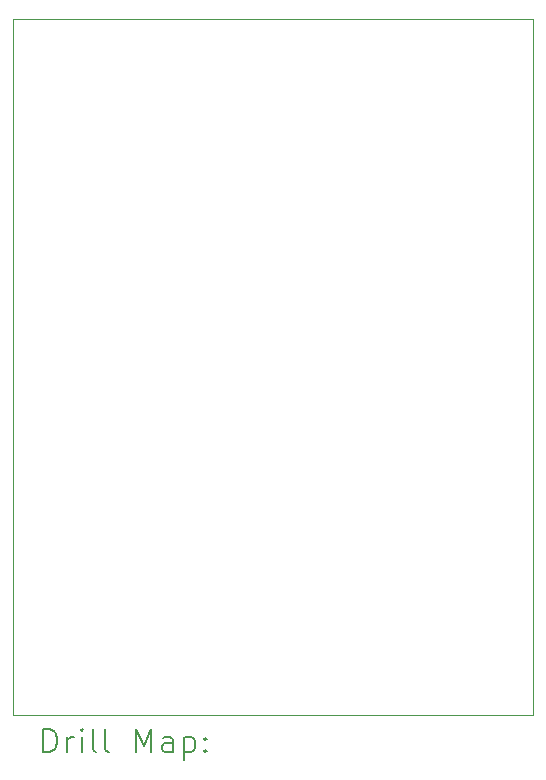
<source format=gbr>
%TF.GenerationSoftware,KiCad,Pcbnew,6.0.10+dfsg-1~bpo11+1*%
%TF.CreationDate,2023-02-14T21:12:59+00:00*%
%TF.ProjectId,Gazpar,47617a70-6172-42e6-9b69-6361645f7063,rev?*%
%TF.SameCoordinates,Original*%
%TF.FileFunction,Drillmap*%
%TF.FilePolarity,Positive*%
%FSLAX45Y45*%
G04 Gerber Fmt 4.5, Leading zero omitted, Abs format (unit mm)*
G04 Created by KiCad (PCBNEW 6.0.10+dfsg-1~bpo11+1) date 2023-02-14 21:12:59*
%MOMM*%
%LPD*%
G01*
G04 APERTURE LIST*
%ADD10C,0.050000*%
%ADD11C,0.200000*%
G04 APERTURE END LIST*
D10*
X15000000Y-4100000D02*
X15000000Y-10000000D01*
X15000000Y-4100000D02*
X19400000Y-4100000D01*
X19400000Y-4100000D02*
X19400000Y-10000000D01*
X15000000Y-10000000D02*
X19400000Y-10000000D01*
D11*
X15255119Y-10312976D02*
X15255119Y-10112976D01*
X15302738Y-10112976D01*
X15331309Y-10122500D01*
X15350357Y-10141548D01*
X15359881Y-10160595D01*
X15369405Y-10198690D01*
X15369405Y-10227262D01*
X15359881Y-10265357D01*
X15350357Y-10284405D01*
X15331309Y-10303452D01*
X15302738Y-10312976D01*
X15255119Y-10312976D01*
X15455119Y-10312976D02*
X15455119Y-10179643D01*
X15455119Y-10217738D02*
X15464643Y-10198690D01*
X15474167Y-10189167D01*
X15493214Y-10179643D01*
X15512262Y-10179643D01*
X15578928Y-10312976D02*
X15578928Y-10179643D01*
X15578928Y-10112976D02*
X15569405Y-10122500D01*
X15578928Y-10132024D01*
X15588452Y-10122500D01*
X15578928Y-10112976D01*
X15578928Y-10132024D01*
X15702738Y-10312976D02*
X15683690Y-10303452D01*
X15674167Y-10284405D01*
X15674167Y-10112976D01*
X15807500Y-10312976D02*
X15788452Y-10303452D01*
X15778928Y-10284405D01*
X15778928Y-10112976D01*
X16036071Y-10312976D02*
X16036071Y-10112976D01*
X16102738Y-10255833D01*
X16169405Y-10112976D01*
X16169405Y-10312976D01*
X16350357Y-10312976D02*
X16350357Y-10208214D01*
X16340833Y-10189167D01*
X16321786Y-10179643D01*
X16283690Y-10179643D01*
X16264643Y-10189167D01*
X16350357Y-10303452D02*
X16331309Y-10312976D01*
X16283690Y-10312976D01*
X16264643Y-10303452D01*
X16255119Y-10284405D01*
X16255119Y-10265357D01*
X16264643Y-10246310D01*
X16283690Y-10236786D01*
X16331309Y-10236786D01*
X16350357Y-10227262D01*
X16445595Y-10179643D02*
X16445595Y-10379643D01*
X16445595Y-10189167D02*
X16464643Y-10179643D01*
X16502738Y-10179643D01*
X16521786Y-10189167D01*
X16531309Y-10198690D01*
X16540833Y-10217738D01*
X16540833Y-10274881D01*
X16531309Y-10293929D01*
X16521786Y-10303452D01*
X16502738Y-10312976D01*
X16464643Y-10312976D01*
X16445595Y-10303452D01*
X16626548Y-10293929D02*
X16636071Y-10303452D01*
X16626548Y-10312976D01*
X16617024Y-10303452D01*
X16626548Y-10293929D01*
X16626548Y-10312976D01*
X16626548Y-10189167D02*
X16636071Y-10198690D01*
X16626548Y-10208214D01*
X16617024Y-10198690D01*
X16626548Y-10189167D01*
X16626548Y-10208214D01*
M02*

</source>
